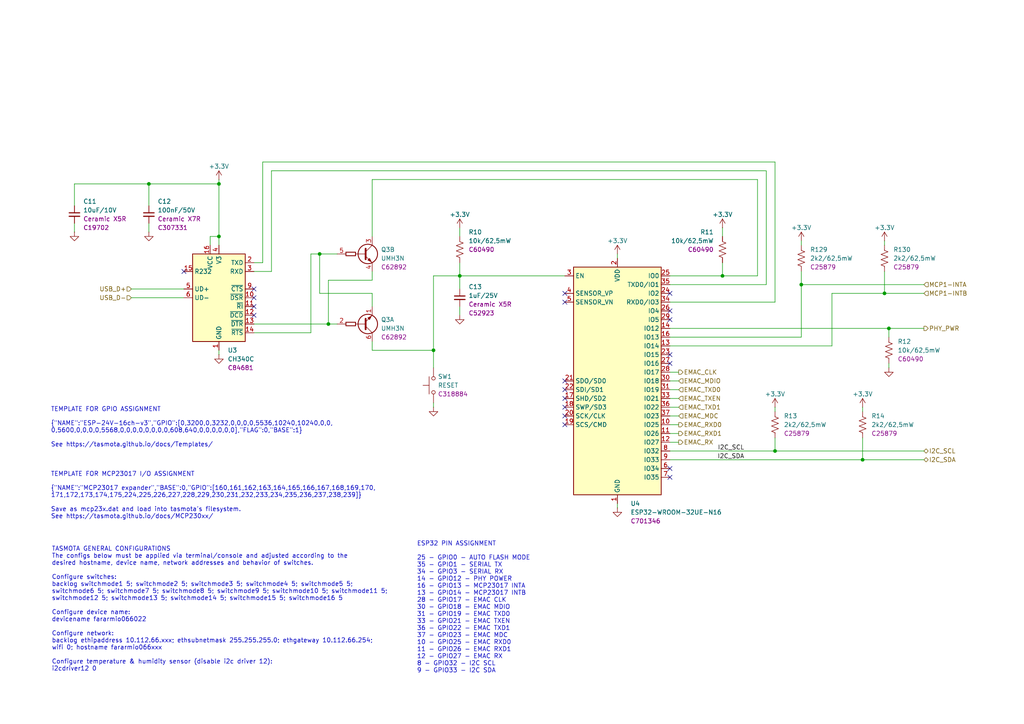
<source format=kicad_sch>
(kicad_sch (version 20231120) (generator "eeschema") (generator_version "8.0")
  (paper "A4")
  (title_block (title "ESP 16x 24VDC Input 16x 24VDC Output Module") (date "2024-11-06") (rev "V3"))
  (lib_symbols
    (symbol "Device:C_Small" (pin_numbers hide) (pin_names (offset 0.254) hide)
      (property "Reference" "C" (at 0.254 1.778 0))
      (property "Value" "C_Small" (at 0.254 -2.032 0))
      (symbol "C_Small_0_1"
        (polyline (pts (xy -1.524 -0.508) (xy 1.524 -0.508)) (stroke (width 0.3302)))
        (polyline (pts (xy -1.524 0.508) (xy 1.524 0.508)) (stroke (width 0.3048)))
      )
      (symbol "C_Small_1_1"
        (pin passive line (at 0 2.54 270) (length 2.032) (name "~") (number "1"))
        (pin passive line (at 0 -2.54 90) (length 2.032) (name "~") (number "2"))
      )
    )
    (symbol "Device:R_US" (pin_numbers hide) (pin_names (offset 0))
      (property "Reference" "R" (at 2.54 0 90))
      (property "Value" "R_US" (at -2.54 0 90))
      (symbol "R_US_0_1"
        (polyline (pts (xy 0 -2.286) (xy 0 -2.54)))
        (polyline (pts (xy 0 2.286) (xy 0 2.54)))
        (polyline (pts (xy 0 -0.762) (xy 1.016 -1.143) (xy 0 -1.524) (xy -1.016 -1.905) (xy 0 -2.286)))
        (polyline (pts (xy 0 0.762) (xy 1.016 0.381) (xy 0 0) (xy -1.016 -0.381) (xy 0 -0.762)))
        (polyline (pts (xy 0 2.286) (xy 1.016 1.905) (xy 0 1.524) (xy -1.016 1.143) (xy 0 0.762)))
      )
      (symbol "R_US_1_1"
        (pin passive line (at 0 3.81 270) (length 1.27) (name "~") (number "1"))
        (pin passive line (at 0 -3.81 90) (length 1.27) (name "~") (number "2"))
      )
    )
    (symbol "RF_Module:ESP32-WROOM-32U"
      (property "Reference" "U" (at -12.7 34.29 0))
      (property "Value" "ESP32-WROOM-32U" (at 1.27 34.29 0))
      (symbol "ESP32-WROOM-32U_0_1"
        (rectangle (start -12.7 33.02) (end 12.7 -33.02) (stroke (width 0.254)) (fill (type background)))
      )
      (symbol "ESP32-WROOM-32U_1_1"
        (pin power_in line (at 0 -35.56 90) (length 2.54) (name "GND") (number "1"))
        (pin bidirectional line (at 15.24 -12.7 180) (length 2.54) (name "IO25") (number "10"))
        (pin bidirectional line (at 15.24 -15.24 180) (length 2.54) (name "IO26") (number "11"))
        (pin bidirectional line (at 15.24 -17.78 180) (length 2.54) (name "IO27") (number "12"))
        (pin bidirectional line (at 15.24 10.16 180) (length 2.54) (name "IO14") (number "13"))
        (pin bidirectional line (at 15.24 15.24 180) (length 2.54) (name "IO12") (number "14"))
        (pin passive line (at 0 -35.56 90) (length 2.54) hide (name "GND") (number "15"))
        (pin bidirectional line (at 15.24 12.7 180) (length 2.54) (name "IO13") (number "16"))
        (pin bidirectional line (at -15.24 -5.08 0) (length 2.54) (name "SHD/SD2") (number "17"))
        (pin bidirectional line (at -15.24 -7.62 0) (length 2.54) (name "SWP/SD3") (number "18"))
        (pin bidirectional line (at -15.24 -12.7 0) (length 2.54) (name "SCS/CMD") (number "19"))
        (pin power_in line (at 0 35.56 270) (length 2.54) (name "VDD") (number "2"))
        (pin bidirectional line (at -15.24 -10.16 0) (length 2.54) (name "SCK/CLK") (number "20"))
        (pin bidirectional line (at -15.24 0 0) (length 2.54) (name "SDO/SD0") (number "21"))
        (pin bidirectional line (at -15.24 -2.54 0) (length 2.54) (name "SDI/SD1") (number "22"))
        (pin bidirectional line (at 15.24 7.62 180) (length 2.54) (name "IO15") (number "23"))
        (pin bidirectional line (at 15.24 25.4 180) (length 2.54) (name "IO2") (number "24"))
        (pin bidirectional line (at 15.24 30.48 180) (length 2.54) (name "IO0") (number "25"))
        (pin bidirectional line (at 15.24 20.32 180) (length 2.54) (name "IO4") (number "26"))
        (pin bidirectional line (at 15.24 5.08 180) (length 2.54) (name "IO16") (number "27"))
        (pin bidirectional line (at 15.24 2.54 180) (length 2.54) (name "IO17") (number "28"))
        (pin bidirectional line (at 15.24 17.78 180) (length 2.54) (name "IO5") (number "29"))
        (pin input line (at -15.24 30.48 0) (length 2.54) (name "EN") (number "3"))
        (pin bidirectional line (at 15.24 0 180) (length 2.54) (name "IO18") (number "30"))
        (pin bidirectional line (at 15.24 -2.54 180) (length 2.54) (name "IO19") (number "31"))
        (pin no_connect line (at -12.7 -27.94 0) (length 2.54) hide (name "NC") (number "32"))
        (pin bidirectional line (at 15.24 -5.08 180) (length 2.54) (name "IO21") (number "33"))
        (pin bidirectional line (at 15.24 22.86 180) (length 2.54) (name "RXD0/IO3") (number "34"))
        (pin bidirectional line (at 15.24 27.94 180) (length 2.54) (name "TXD0/IO1") (number "35"))
        (pin bidirectional line (at 15.24 -7.62 180) (length 2.54) (name "IO22") (number "36"))
        (pin bidirectional line (at 15.24 -10.16 180) (length 2.54) (name "IO23") (number "37"))
        (pin passive line (at 0 -35.56 90) (length 2.54) hide (name "GND") (number "38"))
        (pin passive line (at 0 -35.56 90) (length 2.54) hide (name "GND") (number "39"))
        (pin input line (at -15.24 25.4 0) (length 2.54) (name "SENSOR_VP") (number "4"))
        (pin input line (at -15.24 22.86 0) (length 2.54) (name "SENSOR_VN") (number "5"))
        (pin input line (at 15.24 -25.4 180) (length 2.54) (name "IO34") (number "6"))
        (pin input line (at 15.24 -27.94 180) (length 2.54) (name "IO35") (number "7"))
        (pin bidirectional line (at 15.24 -20.32 180) (length 2.54) (name "IO32") (number "8"))
        (pin bidirectional line (at 15.24 -22.86 180) (length 2.54) (name "IO33") (number "9"))
      )
    )
    (symbol "Switch:SW_Push" (pin_numbers hide) (pin_names (offset 1.016) hide)
      (property "Reference" "SW" (at 1.27 2.54 0))
      (property "Value" "SW_Push" (at 0 -1.524 0))
      (symbol "SW_Push_0_1"
        (circle (center -2.032 0) (radius 0.508))
        (polyline (pts (xy 0 1.27) (xy 0 3.048)))
        (polyline (pts (xy 2.54 1.27) (xy -2.54 1.27)))
        (circle (center 2.032 0) (radius 0.508))
        (pin passive line (at -5.08 0 0) (length 2.54) (name "1") (number "1"))
        (pin passive line (at 5.08 0 180) (length 2.54) (name "2") (number "2"))
      )
    )
    (symbol "Tales:+3.3V" (power) (pin_names (offset 0))
      (property "Value" "+3.3V" (at 0 3.556 0))
      (symbol "+3.3V_0_1"
        (polyline (pts (xy -0.762 1.27) (xy 0 2.54)))
        (polyline (pts (xy 0 0) (xy 0 2.54)))
        (polyline (pts (xy 0 2.54) (xy 0.762 1.27)))
      )
      (symbol "+3.3V_1_1"
        (pin power_in line (at 0 0 90) (length 0) hide (name "+3.3V") (number "1"))
      )
    )
    (symbol "Tales:CH340C"
      (property "Reference" "U" (at -5.08 13.97 0))
      (property "Value" "CH340C" (at 1.27 13.97 0))
      (symbol "CH340C_0_1"
        (rectangle (start -7.62 12.7) (end 7.62 -12.7) (stroke (width 0.254)) (fill (type background)))
      )
      (symbol "CH340C_1_1"
        (pin power_in line (at 0 -15.24 90) (length 2.54) (name "GND") (number "1"))
        (pin input line (at 10.16 0 180) (length 2.54) (name "~{DSR}") (number "10"))
        (pin input line (at 10.16 -2.54 180) (length 2.54) (name "~{RI}") (number "11"))
        (pin input line (at 10.16 -5.08 180) (length 2.54) (name "~{DCD}") (number "12"))
        (pin output line (at 10.16 -7.62 180) (length 2.54) (name "~{DTR}") (number "13"))
        (pin output line (at 10.16 -10.16 180) (length 2.54) (name "~{RTS}") (number "14"))
        (pin input line (at -10.16 7.62 0) (length 2.54) (name "R232") (number "15"))
        (pin power_in line (at -2.54 15.24 270) (length 2.54) (name "VCC") (number "16"))
        (pin output line (at 10.16 10.16 180) (length 2.54) (name "TXD") (number "2"))
        (pin input line (at 10.16 7.62 180) (length 2.54) (name "RXD") (number "3"))
        (pin power_in line (at 0 15.24 270) (length 2.54) (name "V3") (number "4"))
        (pin bidirectional line (at -10.16 2.54 0) (length 2.54) (name "UD+") (number "5"))
        (pin bidirectional line (at -10.16 0 0) (length 2.54) (name "UD-") (number "6"))
        (pin no_connect line (at -7.62 -5.08 0) (length 2.54) hide (name "NC") (number "7"))
        (pin no_connect line (at -7.62 -7.62 0) (length 2.54) hide (name "NC") (number "8"))
        (pin input line (at 10.16 2.54 180) (length 2.54) (name "~{CTS}") (number "9"))
      )
    )
    (symbol "Transistor_BJT:UMH3N" (pin_names hide)
      (property "Reference" "Q" (at 7.62 1.27 0))
      (property "Value" "UMH3N" (at 7.62 -1.27 0))
      (symbol "UMH3N_0_1"
        (polyline (pts (xy 3.175 0) (xy 0.254 0)))
        (polyline (pts (xy 3.175 0.635) (xy 5.08 2.54)))
        (polyline (pts (xy 3.175 1.524) (xy 3.175 -1.524)) (stroke (width 0.508)))
        (polyline (pts (xy 3.175 -0.635) (xy 5.08 -2.54) (xy 5.08 -2.54)))
        (polyline (pts (xy 3.81 -1.778) (xy 4.318 -1.27) (xy 4.826 -2.286) (xy 3.81 -1.778) (xy 3.81 -1.778)) (fill (type outline)))
        (rectangle (start 0.254 0.508) (end -2.54 -0.508) (stroke (width 0.254)))
        (circle (center 3.81 0) (radius 2.8194) (stroke (width 0.254)))
      )
      (symbol "UMH3N_1_1"
        (pin passive line (at 5.08 -5.08 90) (length 2.54) (name "E1") (number "1"))
        (pin input line (at -5.08 0 0) (length 2.54) (name "B1") (number "2"))
        (pin passive line (at 5.08 5.08 270) (length 2.54) (name "C1") (number "6"))
      )
      (symbol "UMH3N_2_1"
        (pin passive line (at 5.08 5.08 270) (length 2.54) (name "C2") (number "3"))
        (pin passive line (at 5.08 -5.08 90) (length 2.54) (name "E2") (number "4"))
        (pin input line (at -5.08 0 0) (length 2.54) (name "B2") (number "5"))
      )
    )
    (symbol "power:+3.3V" (power) (pin_numbers hide) (pin_names (offset 0) hide)
      (property "Value" "+3.3V" (at 0 3.556 0))
      (symbol "+3.3V_0_1"
        (polyline (pts (xy -0.762 1.27) (xy 0 2.54)))
        (polyline (pts (xy 0 0) (xy 0 2.54)))
        (polyline (pts (xy 0 2.54) (xy 0.762 1.27)))
      )
      (symbol "+3.3V_1_1"
        (pin power_in line (at 0 0 90) (length 0) (name "~") (number "1"))
      )
    )
    (symbol "power:GND" (power) (pin_numbers hide) (pin_names (offset 0) hide)
      (property "Value" "GND" (at 0 -3.81 0))
      (symbol "GND_0_1"
        (polyline (pts (xy 0 0) (xy 0 -1.27) (xy 1.27 -1.27) (xy 0 -2.54) (xy -1.27 -1.27) (xy 0 -1.27)))
      )
      (symbol "GND_1_1"
        (pin power_in line (at 0 0 270) (length 0) (name "~") (number "1"))
      )
    )
  )
  (junction (at 63.5 53.34))
  (junction (at 125.73 101.6))
  (junction (at 133.35 80.01))
  (junction (at 43.18 53.34))
  (junction (at 250.19 133.35))
  (junction (at 256.54 85.09))
  (junction (at 209.55 80.01))
  (junction (at 224.79 130.81))
  (junction (at 92.71 73.66))
  (junction (at 232.41 82.55))
  (junction (at 63.5 68.58))
  (junction (at 257.81 95.25))
  (junction (at 95.25 93.98))
  (no_connect (at 163.83 87.63))
  (no_connect (at 163.83 123.19))
  (no_connect (at 194.31 85.09))
  (no_connect (at 73.66 86.36))
  (no_connect (at 194.31 92.71))
  (no_connect (at 163.83 110.49))
  (no_connect (at 73.66 91.44))
  (no_connect (at 163.83 85.09))
  (no_connect (at 53.34 78.74))
  (no_connect (at 163.83 115.57))
  (no_connect (at 163.83 118.11))
  (no_connect (at 73.66 88.9))
  (no_connect (at 194.31 135.89))
  (no_connect (at 73.66 83.82))
  (no_connect (at 194.31 105.41))
  (no_connect (at 163.83 120.65))
  (no_connect (at 194.31 90.17))
  (no_connect (at 194.31 138.43))
  (no_connect (at 194.31 102.87))
  (no_connect (at 163.83 113.03))
  (wire (pts (xy 133.35 88.9) (xy 133.35 91.44)))
  (wire (pts (xy 133.35 76.2) (xy 133.35 80.01)))
  (wire (pts (xy 194.31 118.11) (xy 196.85 118.11)))
  (wire (pts (xy 21.59 64.77) (xy 21.59 67.31)))
  (wire (pts (xy 63.5 101.6) (xy 63.5 102.87)))
  (wire (pts (xy 90.17 96.52) (xy 90.17 73.66)))
  (wire (pts (xy 194.31 123.19) (xy 196.85 123.19)))
  (wire (pts (xy 38.1 86.36) (xy 53.34 86.36)))
  (wire (pts (xy 256.54 85.09) (xy 267.97 85.09)))
  (wire (pts (xy 232.41 69.85) (xy 232.41 71.12)))
  (wire (pts (xy 107.95 52.07) (xy 219.71 52.07)))
  (wire (pts (xy 256.54 69.85) (xy 256.54 71.12)))
  (wire (pts (xy 194.31 80.01) (xy 209.55 80.01)))
  (wire (pts (xy 125.73 101.6) (xy 125.73 80.01)))
  (wire (pts (xy 133.35 66.04) (xy 133.35 68.58)))
  (wire (pts (xy 194.31 128.27) (xy 196.85 128.27)))
  (wire (pts (xy 256.54 78.74) (xy 256.54 85.09)))
  (wire (pts (xy 194.31 120.65) (xy 196.85 120.65)))
  (wire (pts (xy 194.31 110.49) (xy 196.85 110.49)))
  (wire (pts (xy 232.41 82.55) (xy 267.97 82.55)))
  (wire (pts (xy 224.79 118.11) (xy 224.79 119.38)))
  (wire (pts (xy 194.31 115.57) (xy 196.85 115.57)))
  (wire (pts (xy 38.1 83.82) (xy 53.34 83.82)))
  (wire (pts (xy 63.5 68.58) (xy 63.5 71.12)))
  (wire (pts (xy 63.5 53.34) (xy 63.5 68.58)))
  (wire (pts (xy 194.31 95.25) (xy 257.81 95.25)))
  (wire (pts (xy 179.07 73.66) (xy 179.07 74.93)))
  (wire (pts (xy 241.3 85.09) (xy 256.54 85.09)))
  (wire (pts (xy 73.66 78.74) (xy 78.74 78.74)))
  (wire (pts (xy 257.81 95.25) (xy 267.97 95.25)))
  (wire (pts (xy 92.71 73.66) (xy 97.79 73.66)))
  (wire (pts (xy 78.74 49.53) (xy 78.74 78.74)))
  (wire (pts (xy 222.25 49.53) (xy 222.25 82.55)))
  (wire (pts (xy 43.18 53.34) (xy 63.5 53.34)))
  (wire (pts (xy 107.95 68.58) (xy 107.95 52.07)))
  (wire (pts (xy 179.07 146.05) (xy 179.07 147.32)))
  (wire (pts (xy 73.66 76.2) (xy 76.2 76.2)))
  (wire (pts (xy 194.31 107.95) (xy 196.85 107.95)))
  (wire (pts (xy 194.31 97.79) (xy 232.41 97.79)))
  (wire (pts (xy 232.41 78.74) (xy 232.41 82.55)))
  (wire (pts (xy 76.2 46.99) (xy 224.79 46.99)))
  (wire (pts (xy 92.71 73.66) (xy 92.71 85.09)))
  (wire (pts (xy 43.18 64.77) (xy 43.18 67.31)))
  (wire (pts (xy 209.55 76.2) (xy 209.55 80.01)))
  (wire (pts (xy 133.35 80.01) (xy 163.83 80.01)))
  (wire (pts (xy 241.3 100.33) (xy 241.3 85.09)))
  (wire (pts (xy 90.17 73.66) (xy 92.71 73.66)))
  (wire (pts (xy 232.41 97.79) (xy 232.41 82.55)))
  (wire (pts (xy 21.59 59.69) (xy 21.59 53.34)))
  (wire (pts (xy 73.66 93.98) (xy 95.25 93.98)))
  (wire (pts (xy 43.18 53.34) (xy 43.18 59.69)))
  (wire (pts (xy 222.25 82.55) (xy 194.31 82.55)))
  (wire (pts (xy 95.25 81.28) (xy 95.25 93.98)))
  (wire (pts (xy 107.95 81.28) (xy 95.25 81.28)))
  (wire (pts (xy 257.81 105.41) (xy 257.81 106.68)))
  (wire (pts (xy 63.5 52.07) (xy 63.5 53.34)))
  (wire (pts (xy 257.81 95.25) (xy 257.81 97.79)))
  (wire (pts (xy 224.79 87.63) (xy 194.31 87.63)))
  (wire (pts (xy 107.95 85.09) (xy 92.71 85.09)))
  (wire (pts (xy 194.31 100.33) (xy 241.3 100.33)))
  (wire (pts (xy 194.31 133.35) (xy 250.19 133.35)))
  (wire (pts (xy 21.59 53.34) (xy 43.18 53.34)))
  (wire (pts (xy 60.96 71.12) (xy 60.96 68.58)))
  (wire (pts (xy 194.31 130.81) (xy 224.79 130.81)))
  (wire (pts (xy 107.95 99.06) (xy 107.95 101.6)))
  (wire (pts (xy 76.2 76.2) (xy 76.2 46.99)))
  (wire (pts (xy 224.79 130.81) (xy 267.97 130.81)))
  (wire (pts (xy 250.19 118.11) (xy 250.19 119.38)))
  (wire (pts (xy 194.31 113.03) (xy 196.85 113.03)))
  (wire (pts (xy 133.35 80.01) (xy 133.35 83.82)))
  (wire (pts (xy 219.71 52.07) (xy 219.71 80.01)))
  (wire (pts (xy 224.79 46.99) (xy 224.79 87.63)))
  (wire (pts (xy 209.55 80.01) (xy 219.71 80.01)))
  (wire (pts (xy 250.19 127) (xy 250.19 133.35)))
  (wire (pts (xy 107.95 88.9) (xy 107.95 85.09)))
  (wire (pts (xy 194.31 125.73) (xy 196.85 125.73)))
  (wire (pts (xy 209.55 66.04) (xy 209.55 68.58)))
  (wire (pts (xy 107.95 101.6) (xy 125.73 101.6)))
  (wire (pts (xy 73.66 96.52) (xy 90.17 96.52)))
  (wire (pts (xy 125.73 116.84) (xy 125.73 118.11)))
  (wire (pts (xy 107.95 78.74) (xy 107.95 81.28)))
  (wire (pts (xy 125.73 80.01) (xy 133.35 80.01)))
  (wire (pts (xy 224.79 127) (xy 224.79 130.81)))
  (wire (pts (xy 78.74 49.53) (xy 222.25 49.53)))
  (wire (pts (xy 95.25 93.98) (xy 97.79 93.98)))
  (wire (pts (xy 125.73 101.6) (xy 125.73 106.68)))
  (wire (pts (xy 60.96 68.58) (xy 63.5 68.58)))
  (wire (pts (xy 250.19 133.35) (xy 267.97 133.35)))
  (text "TASMOTA GENERAL CONFIGURATIONS\nThe configs below must be applied via terminal/console and adjusted according to the\ndesired hostname, device name, network addresses and behavior of switches.\n\nConfigure switches:\nbacklog switchmode1 5; switchmode2 5; switchmode3 5; switchmode4 5; switchmode5 5;\nswitchmode6 5; switchmode7 5; switchmode8 5; switchmode9 5; switchmode10 5; switchmode11 5;\nswitchmode12 5; switchmode13 5; switchmode14 5; switchmode15 5; switchmode16 5\n\nConfigure device name:\ndevicename fararmio066022\n\nConfigure network:\nbacklog ethipaddress 10.112.66.xxx; ethsubnetmask 255.255.255.0; ethgateway 10.112.66.254;\nwifi 0; hostname fararmio066xxx\n\nConfigure temperature & humidity sensor (disable i2c driver 12):\ni2cdriver12 0\n" (at 14.986 194.818 0) (effects (font (size 1.27 1.27)) (justify left bottom)))
  (text "ESP32 PIN ASSIGNMENT\n\n25 - GPIO0 - AUTO FLASH MODE\n35 - GPIO1 - SERIAL TX\n34 - GPIO3 - SERIAL RX\n14 - GPIO12 - PHY POWER\n16 - GPIO13 - MCP23017 INTA\n13 - GPIO14 - MCP23017 INTB\n28 - GPIO17 - EMAC CLK\n30 - GPIO18 - EMAC MDIO\n31 - GPIO19 - EMAC TXD0\n33 - GPIO21 - EMAC TXEN\n36 - GPIO22 - EMAC TXD1\n37 - GPIO23 - EMAC MDC\n10 - GPIO25 - EMAC RXD0\n11 - GPIO26 - EMAC RXD1\n12 - GPIO27 - EMAC RX\n8 - GPIO32 - I2C SCL\n9 - GPIO33 - I2C SDA" (at 120.904 195.326 0) (effects (font (size 1.27 1.27)) (justify left bottom)))
  (text "TEMPLATE FOR GPIO ASSIGNMENT\n\n{\"NAME\":\"ESP-24V-16ch-v3\",\"GPIO\":[0,3200,0,3232,0,0,0,0,5536,10240,10240,0,0,\n0,5600,0,0,0,0,5568,0,0,0,0,0,0,0,0,608,640,0,0,0,0,0,0],\"FLAG\":0,\"BASE\":1}\n\nSee https://tasmota.github.io/docs/Templates/" (at 14.732 129.794 0) (effects (font (size 1.27 1.27)) (justify left bottom)))
  (text "TEMPLATE FOR MCP23017 I/O ASSIGNMENT\n\n{\"NAME\":\"MCP23017 expander\",\"BASE\":0,\"GPIO\":[160,161,162,163,164,165,166,167,168,169,170,\n171,172,173,174,175,224,225,226,227,228,229,230,231,232,233,234,235,236,237,238,239]}\n\nSave as mcp23x.dat and load into tasmota's filesystem.\nSee https://tasmota.github.io/docs/MCP230xx/" (at 14.732 150.622 0) (effects (font (size 1.27 1.27)) (justify left bottom)))
  (label "I2C_SCL" (at 215.9 130.81 180))
  (label "I2C_SDA" (at 215.9 133.35 180))
  (hierarchical_label "PHY_PWR" (shape output) (at 267.97 95.25 0))
  (hierarchical_label "EMAC_MDIO" (shape input) (at 196.85 110.49 0))
  (hierarchical_label "EMAC_TXD1" (shape input) (at 196.85 118.11 0))
  (hierarchical_label "EMAC_RX" (shape output) (at 196.85 128.27 0))
  (hierarchical_label "EMAC_CLK" (shape output) (at 196.85 107.95 0))
  (hierarchical_label "EMAC_RXD1" (shape output) (at 196.85 125.73 0))
  (hierarchical_label "I2C_SDA" (shape bidirectional) (at 267.97 133.35 0))
  (hierarchical_label "EMAC_TXEN" (shape input) (at 196.85 115.57 0))
  (hierarchical_label "EMAC_RXD0" (shape output) (at 196.85 123.19 0))
  (hierarchical_label "MCP1-INTA" (shape input) (at 267.97 82.55 0))
  (hierarchical_label "EMAC_TXD0" (shape input) (at 196.85 113.03 0))
  (hierarchical_label "EMAC_MDC" (shape input) (at 196.85 120.65 0))
  (hierarchical_label "I2C_SCL" (shape bidirectional) (at 267.97 130.81 0))
  (hierarchical_label "USB_D+" (shape input) (at 38.1 83.82 180))
  (hierarchical_label "MCP1-INTB" (shape input) (at 267.97 85.09 0))
  (hierarchical_label "USB_D-" (shape input) (at 38.1 86.36 180))
  (symbol (lib_id "power:+3.3V") (at 250.19 118.11 0) (unit 1)
    (property "Reference" "#PWR035" (effects (hide yes)))
    (property "Value" "+3.3V" (at 250.19 114.3 0))
    (property "Description" "Power symbol creates a global label with name \"+3.3V\"" (effects (hide yes)))
  )
  (symbol (lib_id "Device:R_US") (at 133.35 72.39 0) (unit 1)
    (property "Reference" "R10" (at 135.89 67.31 0) (effects (justify left)))
    (property "Value" "10k/62,5mW" (at 135.89 69.85 0) (effects (justify left)))
    (property "Footprint" "Tales:R_0402_1005Metric" (effects (hide yes)))
    (property "Mfr" "Yageo" (effects (hide yes)))
    (property "Vendor" "JLCPCB" (effects (hide yes)))
    (property "Mfr PN" "RC0402FR-0710KL" (effects (hide yes)))
    (property "Technology" "1%" (effects (hide yes)))
    (property "Vendor PN" "C60490" (effects (hide yes)))
    (property "LCSC Part #" "C60490" (at 135.89 72.39 0) (effects (justify left)))
    (property "JLCPCB BOM" "1" (effects (hide yes)))
    (property "Package" "0402/1005" (effects (hide yes)))
    (property "Case" "0402/1005" (effects (hide yes)))
  )
  (symbol (lib_id "Device:R_US") (at 209.55 72.39 0) (unit 1)
    (property "Reference" "R11" (at 207.01 67.31 0) (effects (justify right)))
    (property "Value" "10k/62,5mW" (at 207.01 69.85 0) (effects (justify right)))
    (property "Footprint" "Tales:R_0402_1005Metric" (effects (hide yes)))
    (property "Mfr" "Yageo" (effects (hide yes)))
    (property "Vendor" "JLCPCB" (effects (hide yes)))
    (property "Mfr PN" "RC0402FR-0710KL" (effects (hide yes)))
    (property "Technology" "1%" (effects (hide yes)))
    (property "Vendor PN" "C60490" (effects (hide yes)))
    (property "LCSC Part #" "C60490" (at 207.01 72.39 0) (effects (justify right)))
    (property "JLCPCB BOM" "1" (effects (hide yes)))
    (property "Package" "0402/1005" (effects (hide yes)))
    (property "Case" "0402/1005" (effects (hide yes)))
  )
  (symbol (lib_id "power:GND") (at 43.18 67.31 0) (unit 1)
    (property "Reference" "#PWR024" (effects (hide yes)))
    (property "Value" "GND" (effects (hide yes)))
    (property "Description" "Power symbol creates a global label with name \"GND\" , ground" (effects (hide yes)))
  )
  (symbol (lib_id "Device:R_US") (at 256.54 74.93 0) (unit 1)
    (property "Reference" "R130" (at 259.08 72.39 0) (effects (justify left)))
    (property "Value" "2k2/62,5mW" (at 259.08 74.93 0) (effects (justify left)))
    (property "Footprint" "Tales:R_0402_1005Metric" (effects (hide yes)))
    (property "Case" "0402/1005" (effects (hide yes)))
    (property "Mfr" "Uniroyal" (effects (hide yes)))
    (property "Vendor" "JLCPCB" (effects (hide yes)))
    (property "Mfr PN" "0402WGF2201TCE" (effects (hide yes)))
    (property "Vendor PN" "C25879" (effects (hide yes)))
    (property "LCSC Part #" "C25879" (at 259.08 77.47 0) (effects (justify left)))
    (property "JLCPCB BOM" "1" (effects (hide yes)))
  )
  (symbol (lib_id "Transistor_BJT:UMH3N") (at 102.87 73.66 0) (unit 2)
    (property "Reference" "Q3" (at 110.49 72.3899 0) (effects (justify left)))
    (property "Value" "UMH3N" (at 110.49 74.9299 0) (effects (justify left)))
    (property "Footprint" "Tales:SOT-363_SC-70-6" (effects (hide yes)))
    (property "JLCPCB BOM" "1" (effects (hide yes)))
    (property "LCSC Part #" "C62892" (at 110.49 77.47 0) (effects (justify left)))
    (property "Vendor" "JLCPCB" (effects (hide yes)))
    (property "Vendor PN" "C62892" (effects (hide yes)))
    (property "Case" "SOT-363" (effects (hide yes)))
    (property "Mfr" "Jiangsu" (effects (hide yes)))
    (property "Mfr PN" "UMH3N" (effects (hide yes)))
  )
  (symbol (lib_id "Device:C_Small") (at 21.59 62.23 0) (unit 1)
    (property "Reference" "C11" (at 24.13 58.42 0) (effects (justify left)))
    (property "Value" "10uF/10V" (at 24.13 60.96 0) (effects (justify left)))
    (property "Footprint" "Tales:C_0603_1608Metric" (effects (hide yes)))
    (property "Technology" "Ceramic X5R" (at 24.13 63.5 0) (effects (justify left)))
    (property "Case" "0603/1608" (effects (hide yes)))
    (property "Mfr" "Samsung" (effects (hide yes)))
    (property "Mfr PN" "CL10A106KP8NNNC" (effects (hide yes)))
    (property "Vendor" "JLCPCB" (effects (hide yes)))
    (property "Vendor PN" "C19702" (effects (hide yes)))
    (property "LCSC Part #" "C19702" (at 24.13 66.04 0) (effects (justify left)))
    (property "JLCPCB BOM" "1" (effects (hide yes)))
  )
  (symbol (lib_id "Tales:CH340C") (at 63.5 86.36 0) (unit 1)
    (property "Reference" "U3" (at 66.04 101.6 0) (effects (justify left)))
    (property "Value" "CH340C" (at 66.04 104.14 0) (effects (justify left)))
    (property "Footprint" "Tales:SOIC-16_3.9x9.9mm_P1.27mm" (effects (hide yes)))
    (property "Datasheet" "https://datasheet.lcsc.com/szlcsc/Jiangsu-Qin-Heng-CH340C_C84681.pdf" (effects (hide yes)))
    (property "Description" "USB serial converter, crystal-less, UART, SOIC-16" (effects (hide yes)))
    (property "Case" "SOIC-16" (effects (hide yes)))
    (property "JLCPCB BOM" "1" (effects (hide yes)))
    (property "LCSC Part #" "C84681" (at 66.04 106.68 0) (effects (justify left)))
    (property "Mfr" "WCH" (effects (hide yes)))
    (property "Mfr PN" "CH340C" (effects (hide yes)))
    (property "Vendor" "JLCPCB" (effects (hide yes)))
    (property "Vendor PN" "C84681" (effects (hide yes)))
  )
  (symbol (lib_id "Transistor_BJT:UMH3N") (at 102.87 93.98 0) (mirror x) (unit 1)
    (property "Reference" "Q3" (at 110.49 92.7099 0) (effects (justify left)))
    (property "Value" "UMH3N" (at 110.49 95.2499 0) (effects (justify left)))
    (property "Footprint" "Tales:SOT-363_SC-70-6" (effects (hide yes)))
    (property "JLCPCB BOM" "1" (effects (hide yes)))
    (property "LCSC Part #" "C62892" (at 110.49 97.79 0) (effects (justify left)))
    (property "Vendor" "JLCPCB" (effects (hide yes)))
    (property "Vendor PN" "C62892" (effects (hide yes)))
    (property "Case" "SOT-363" (effects (hide yes)))
    (property "Mfr" "Jiangsu" (effects (hide yes)))
    (property "Mfr PN" "UMH3N" (effects (hide yes)))
  )
  (symbol (lib_id "power:GND") (at 257.81 106.68 0) (unit 1)
    (property "Reference" "#PWR033" (effects (hide yes)))
    (property "Value" "GND" (effects (hide yes)))
    (property "Description" "Power symbol creates a global label with name \"GND\" , ground" (effects (hide yes)))
  )
  (symbol (lib_id "Device:R_US") (at 250.19 123.19 0) (unit 1)
    (property "Reference" "R14" (at 252.73 120.65 0) (effects (justify left)))
    (property "Value" "2k2/62,5mW" (at 252.73 123.19 0) (effects (justify left)))
    (property "Footprint" "Tales:R_0402_1005Metric" (effects (hide yes)))
    (property "Case" "0402/1005" (effects (hide yes)))
    (property "Mfr" "Uniroyal" (effects (hide yes)))
    (property "Vendor" "JLCPCB" (effects (hide yes)))
    (property "Mfr PN" "0402WGF2201TCE" (effects (hide yes)))
    (property "Vendor PN" "C25879" (effects (hide yes)))
    (property "LCSC Part #" "C25879" (at 252.73 125.73 0) (effects (justify left)))
    (property "JLCPCB BOM" "1" (effects (hide yes)))
  )
  (symbol (lib_id "Switch:SW_Push") (at 125.73 111.76 90) (unit 1)
    (property "Reference" "SW1" (at 127 109.22 90) (effects (justify right)))
    (property "Value" "RESET" (at 127 111.76 90) (effects (justify right)))
    (property "Footprint" "Tales:SW_SPST_TL3342" (effects (hide yes)))
    (property "JLCPCB BOM" "1" (effects (hide yes)))
    (property "LCSC Part #" "C318884" (at 127 114.3001 90) (effects (justify right)))
    (property "Mfr" "XKB Connectivity" (effects (hide yes)))
    (property "Mfr PN" "TS-1187A-B-A-B" (effects (hide yes)))
    (property "Vendor" "JLCPCB" (effects (hide yes)))
    (property "Vendor PN" "C318884" (effects (hide yes)))
  )
  (symbol (lib_id "power:GND") (at 21.59 67.31 0) (unit 1)
    (property "Reference" "#PWR023" (effects (hide yes)))
    (property "Value" "GND" (effects (hide yes)))
    (property "Description" "Power symbol creates a global label with name \"GND\" , ground" (effects (hide yes)))
  )
  (symbol (lib_id "power:+3.3V") (at 63.5 52.07 0) (unit 1)
    (property "Reference" "#PWR025" (effects (hide yes)))
    (property "Value" "+3.3V" (at 63.5 48.26 0))
    (property "Description" "Power symbol creates a global label with name \"+3.3V\"" (effects (hide yes)))
  )
  (symbol (lib_id "power:+3.3V") (at 133.35 66.04 0) (unit 1)
    (property "Reference" "#PWR028" (effects (hide yes)))
    (property "Value" "+3.3V" (at 133.35 62.23 0))
    (property "Description" "Power symbol creates a global label with name \"+3.3V\"" (effects (hide yes)))
  )
  (symbol (lib_id "power:GND") (at 63.5 102.87 0) (unit 1)
    (property "Reference" "#PWR026" (effects (hide yes)))
    (property "Value" "GND" (effects (hide yes)))
    (property "Description" "Power symbol creates a global label with name \"GND\" , ground" (effects (hide yes)))
  )
  (symbol (lib_id "Device:R_US") (at 257.81 101.6 0) (unit 1)
    (property "Reference" "R12" (at 260.35 99.0599 0) (effects (justify left)))
    (property "Value" "10k/62,5mW" (at 260.35 101.5999 0) (effects (justify left)))
    (property "Footprint" "Tales:R_0402_1005Metric" (effects (hide yes)))
    (property "Mfr" "Yageo" (effects (hide yes)))
    (property "Vendor" "JLCPCB" (effects (hide yes)))
    (property "Mfr PN" "RC0402FR-0710KL" (effects (hide yes)))
    (property "Technology" "1%" (effects (hide yes)))
    (property "Vendor PN" "C60490" (effects (hide yes)))
    (property "LCSC Part #" "C60490" (at 260.35 104.1399 0) (effects (justify left)))
    (property "JLCPCB BOM" "1" (effects (hide yes)))
    (property "Package" "0402/1005" (effects (hide yes)))
    (property "Case" "0402/1005" (effects (hide yes)))
  )
  (symbol (lib_id "Device:R_US") (at 224.79 123.19 0) (unit 1)
    (property "Reference" "R13" (at 227.33 120.65 0) (effects (justify left)))
    (property "Value" "2k2/62,5mW" (at 227.33 123.19 0) (effects (justify left)))
    (property "Footprint" "Tales:R_0402_1005Metric" (effects (hide yes)))
    (property "Case" "0402/1005" (effects (hide yes)))
    (property "Mfr" "Uniroyal" (effects (hide yes)))
    (property "Vendor" "JLCPCB" (effects (hide yes)))
    (property "Mfr PN" "0402WGF2201TCE" (effects (hide yes)))
    (property "Vendor PN" "C25879" (effects (hide yes)))
    (property "LCSC Part #" "C25879" (at 227.33 125.73 0) (effects (justify left)))
    (property "JLCPCB BOM" "1" (effects (hide yes)))
  )
  (symbol (lib_id "RF_Module:ESP32-WROOM-32U") (at 179.07 110.49 0) (unit 1)
    (property "Reference" "U4" (at 182.88 146.05 0) (effects (justify left)))
    (property "Value" "ESP32-WROOM-32UE-N16" (at 182.88 148.59 0) (effects (justify left)))
    (property "Footprint" "Tales:ESP32-WROOM-32U" (effects (hide yes)))
    (property "JLCPCB BOM" "1" (effects (hide yes)))
    (property "LCSC Part #" "C701346" (at 182.88 151.13 0) (effects (justify left)))
    (property "Mfr" "Expressif" (effects (hide yes)))
    (property "Mfr PN" "ESP32-WROOM-32UE-N16" (effects (hide yes)))
    (property "Vendor" "JLCPCB" (effects (hide yes)))
    (property "Vendor PN" "C701346 " (effects (hide yes)))
    (property "Case" "ESP32-WROOM-U" (effects (hide yes)))
  )
  (symbol (lib_id "Device:R_US") (at 232.41 74.93 0) (unit 1)
    (property "Reference" "R129" (at 234.95 72.39 0) (effects (justify left)))
    (property "Value" "2k2/62,5mW" (at 234.95 74.93 0) (effects (justify left)))
    (property "Footprint" "Tales:R_0402_1005Metric" (effects (hide yes)))
    (property "Case" "0402/1005" (effects (hide yes)))
    (property "Mfr" "Uniroyal" (effects (hide yes)))
    (property "Vendor" "JLCPCB" (effects (hide yes)))
    (property "Mfr PN" "0402WGF2201TCE" (effects (hide yes)))
    (property "Vendor PN" "C25879" (effects (hide yes)))
    (property "LCSC Part #" "C25879" (at 234.95 77.47 0) (effects (justify left)))
    (property "JLCPCB BOM" "1" (effects (hide yes)))
  )
  (symbol (lib_id "Device:C_Small") (at 133.35 86.36 0) (unit 1)
    (property "Reference" "C13" (at 135.89 83.1913 0) (effects (justify left)))
    (property "Value" "1uF/25V" (at 135.89 85.7313 0) (effects (justify left)))
    (property "Footprint" "Tales:C_0402_1005Metric" (effects (hide yes)))
    (property "JLCPCB BOM" "1" (effects (hide yes)))
    (property "Technology" "Ceramic X5R" (at 135.89 88.2713 0) (effects (justify left)))
    (property "LCSC Part #" "C52923" (at 135.89 90.8113 0) (effects (justify left)))
    (property "Mfr" "Samsung" (effects (hide yes)))
    (property "Mfr PN" "CL05A105KA5NQNC" (effects (hide yes)))
    (property "Vendor" "JLCPCB" (effects (hide yes)))
    (property "Vendor PN" "C52923" (effects (hide yes)))
    (property "Package" "0402/1005" (effects (hide yes)))
    (property "Case" "0402/1005" (effects (hide yes)))
  )
  (symbol (lib_id "Tales:+3.3V") (at 179.07 73.66 0) (unit 1)
    (property "Reference" "#PWR030" (effects (hide yes)))
    (property "Value" "+3.3V" (at 179.07 69.85 0))
    (property "Description" "Power symbol creates a global label with name \"+3.3V\"" (effects (hide yes)))
  )
  (symbol (lib_id "power:GND") (at 125.73 118.11 0) (unit 1)
    (property "Reference" "#PWR027" (effects (hide yes)))
    (property "Value" "GND" (effects (hide yes)))
    (property "Description" "Power symbol creates a global label with name \"GND\" , ground" (effects (hide yes)))
  )
  (symbol (lib_id "power:+3.3V") (at 232.41 69.85 0) (unit 1)
    (property "Reference" "#PWR0185" (effects (hide yes)))
    (property "Value" "+3.3V" (at 232.41 66.04 0))
    (property "Description" "Power symbol creates a global label with name \"+3.3V\"" (effects (hide yes)))
  )
  (symbol (lib_id "power:GND") (at 133.35 91.44 0) (unit 1)
    (property "Reference" "#PWR029" (effects (hide yes)))
    (property "Value" "GND" (effects (hide yes)))
    (property "Description" "Power symbol creates a global label with name \"GND\" , ground" (effects (hide yes)))
  )
  (symbol (lib_id "power:GND") (at 179.07 147.32 0) (unit 1)
    (property "Reference" "#PWR031" (effects (hide yes)))
    (property "Value" "GND" (effects (hide yes)))
    (property "Description" "Power symbol creates a global label with name \"GND\" , ground" (effects (hide yes)))
  )
  (symbol (lib_id "Device:C_Small") (at 43.18 62.23 0) (unit 1)
    (property "Reference" "C12" (at 45.72 58.4262 0) (effects (justify left)))
    (property "Value" "100nF/50V" (at 45.72 60.9662 0) (effects (justify left)))
    (property "Footprint" "Tales:C_0402_1005Metric" (effects (hide yes)))
    (property "JLCPCB BOM" "1" (effects (hide yes)))
    (property "Technology" "Ceramic X7R" (at 45.72 63.5062 0) (effects (justify left)))
    (property "LCSC Part #" "C307331" (at 45.72 66.0462 0) (effects (justify left)))
    (property "Mfr" "Samsung" (effects (hide yes)))
    (property "Mfr PN" "CL05B104KB54PNC" (effects (hide yes)))
    (property "Vendor" "JLCPCB" (effects (hide yes)))
    (property "Vendor PN" "C307331" (effects (hide yes)))
    (property "Package" "0402/1005" (effects (hide yes)))
    (property "Case" "0402/1005" (effects (hide yes)))
  )
  (symbol (lib_id "power:+3.3V") (at 209.55 66.04 0) (unit 1)
    (property "Reference" "#PWR032" (effects (hide yes)))
    (property "Value" "+3.3V" (at 209.55 62.23 0))
    (property "Description" "Power symbol creates a global label with name \"+3.3V\"" (effects (hide yes)))
  )
  (symbol (lib_id "power:+3.3V") (at 256.54 69.85 0) (unit 1)
    (property "Reference" "#PWR0186" (effects (hide yes)))
    (property "Value" "+3.3V" (at 256.54 66.04 0))
    (property "Description" "Power symbol creates a global label with name \"+3.3V\"" (effects (hide yes)))
  )
  (symbol (lib_id "power:+3.3V") (at 224.79 118.11 0) (unit 1)
    (property "Reference" "#PWR034" (effects (hide yes)))
    (property "Value" "+3.3V" (at 224.79 114.3 0))
    (property "Description" "Power symbol creates a global label with name \"+3.3V\"" (effects (hide yes)))
  )
)
</source>
